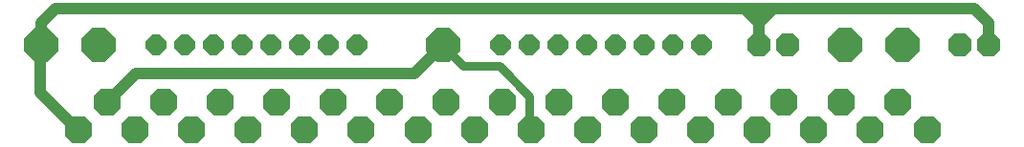
<source format=gbr>
G04 #@! TF.GenerationSoftware,KiCad,Pcbnew,8.0.2*
G04 #@! TF.CreationDate,2024-11-11T10:43:17+01:00*
G04 #@! TF.ProjectId,junior-interface-conn,6a756e69-6f72-42d6-996e-746572666163,rev?*
G04 #@! TF.SameCoordinates,Original*
G04 #@! TF.FileFunction,Copper,L2,Bot*
G04 #@! TF.FilePolarity,Positive*
%FSLAX46Y46*%
G04 Gerber Fmt 4.6, Leading zero omitted, Abs format (unit mm)*
G04 Created by KiCad (PCBNEW 8.0.2) date 2024-11-11 10:43:17*
%MOMM*%
%LPD*%
G01*
G04 APERTURE LIST*
G04 Aperture macros list*
%AMFreePoly0*
4,1,21,0.738000,0.762000,0.762000,0.762000,0.762000,0.738000,1.000000,0.500000,1.000000,-0.500000,0.762000,-0.738000,0.762000,-0.762000,0.738000,-0.762000,0.500000,-1.000000,-0.500000,-1.000000,-0.738000,-0.762000,-0.762000,-0.762000,-0.762000,-0.738000,-1.000000,-0.500000,-1.000000,0.500000,-0.762000,0.738000,-0.762000,0.762000,-0.738000,0.762000,-0.500000,1.000000,0.500000,1.000000,
0.738000,0.762000,0.738000,0.762000,$1*%
%AMFreePoly1*
4,1,9,1.500000,0.600000,1.500000,-0.600000,0.600000,-1.500000,-0.600000,-1.500000,-1.500000,-0.600000,-1.500000,0.600000,-0.600000,1.500000,0.600000,1.500000,1.500000,0.600000,1.500000,0.600000,$1*%
%AMFreePoly2*
4,1,9,0.900000,0.350000,0.900000,-0.350000,0.350000,-0.900000,-0.350000,-0.900000,-0.900000,-0.350000,-0.900000,0.350000,-0.350000,0.900000,0.350000,0.900000,0.900000,0.350000,0.900000,0.350000,$1*%
%AMFreePoly3*
4,1,9,1.200000,0.500000,1.200000,-0.500000,0.500000,-1.200000,-0.500000,-1.200000,-1.200000,-0.500000,-1.200000,0.500000,-0.500000,1.200000,0.500000,1.200000,1.200000,0.500000,1.200000,0.500000,$1*%
G04 Aperture macros list end*
G04 #@! TA.AperFunction,ComponentPad*
%ADD10FreePoly0,0.000000*%
G04 #@! TD*
G04 #@! TA.AperFunction,ComponentPad*
%ADD11FreePoly0,180.000000*%
G04 #@! TD*
G04 #@! TA.AperFunction,ComponentPad*
%ADD12FreePoly1,0.000000*%
G04 #@! TD*
G04 #@! TA.AperFunction,ComponentPad*
%ADD13FreePoly2,0.000000*%
G04 #@! TD*
G04 #@! TA.AperFunction,ComponentPad*
%ADD14FreePoly3,180.000000*%
G04 #@! TD*
G04 #@! TA.AperFunction,Conductor*
%ADD15C,1.000000*%
G04 #@! TD*
G04 #@! TA.AperFunction,Conductor*
%ADD16C,0.750000*%
G04 #@! TD*
G04 APERTURE END LIST*
D10*
X180340000Y-63500000D03*
X177800000Y-63500000D03*
D11*
X160020000Y-63500000D03*
X162560000Y-63500000D03*
D12*
X101600000Y-63500000D03*
D13*
X106680000Y-63500000D03*
X109220000Y-63500000D03*
X111760000Y-63500000D03*
X114300000Y-63500000D03*
X116840000Y-63500000D03*
X119380000Y-63500000D03*
X121920000Y-63500000D03*
X124460000Y-63500000D03*
X137160000Y-63500000D03*
X139700000Y-63500000D03*
X142240000Y-63500000D03*
X144780000Y-63500000D03*
X147320000Y-63500000D03*
X149860000Y-63500000D03*
X152400000Y-63500000D03*
X154940000Y-63500000D03*
D12*
X96520000Y-63500000D03*
X167640000Y-63500000D03*
X172720000Y-63500000D03*
X132080000Y-63500000D03*
D14*
X99820000Y-71080000D03*
X102320000Y-68580000D03*
X104820000Y-71080000D03*
X107320000Y-68580000D03*
X109820000Y-71080000D03*
X112320000Y-68580000D03*
X114820000Y-71080000D03*
X117320000Y-68580000D03*
X119820000Y-71080000D03*
X122320000Y-68580000D03*
X124820000Y-71080000D03*
X127320000Y-68580000D03*
X129820000Y-71080000D03*
X132320000Y-68580000D03*
X134820000Y-71080000D03*
X137320000Y-68580000D03*
X139820000Y-71080000D03*
X142320000Y-68580000D03*
X144820000Y-71080000D03*
X147320000Y-68580000D03*
X149820000Y-71080000D03*
X152320000Y-68580000D03*
X154820000Y-71080000D03*
X157320000Y-68580000D03*
X159820000Y-71080000D03*
X162240000Y-68580000D03*
X164820000Y-71080000D03*
X167320000Y-68580000D03*
X169820000Y-71080000D03*
X172320000Y-68580000D03*
X174940000Y-71080000D03*
D15*
X161290000Y-60325000D02*
X179070000Y-60325000D01*
X160020000Y-61595000D02*
X160020000Y-60325000D01*
X179070000Y-60325000D02*
X180340000Y-61595000D01*
X96520000Y-63500000D02*
X96520000Y-61595000D01*
X97790000Y-60325000D02*
X158750000Y-60325000D01*
X160020000Y-60325000D02*
X161290000Y-60325000D01*
X180340000Y-61595000D02*
X180340000Y-63500000D01*
X96395000Y-63500000D02*
X96395000Y-67780000D01*
X158750000Y-60325000D02*
X160020000Y-60325000D01*
X96520000Y-61595000D02*
X97790000Y-60325000D01*
X160020000Y-61595000D02*
X161290000Y-60325000D01*
X160020000Y-63500000D02*
X160020000Y-61595000D01*
X160020000Y-61595000D02*
X158750000Y-60325000D01*
X96395000Y-67780000D02*
X99695000Y-71080000D01*
D16*
X139700000Y-71080000D02*
X139700000Y-68065000D01*
X137040000Y-65405000D02*
X133865000Y-65405000D01*
D15*
X102320000Y-68580000D02*
X104860000Y-66040000D01*
X104860000Y-66040000D02*
X129540000Y-66040000D01*
D16*
X133865000Y-65405000D02*
X131960000Y-63500000D01*
X139700000Y-68065000D02*
X137040000Y-65405000D01*
D15*
X129540000Y-66040000D02*
X132080000Y-63500000D01*
M02*

</source>
